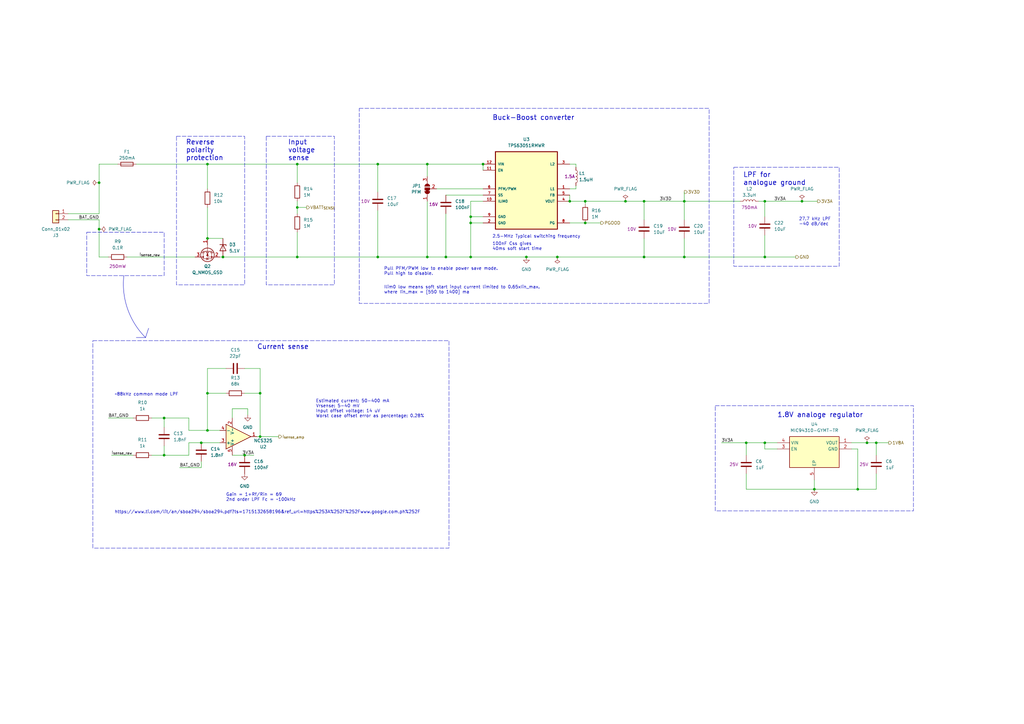
<source format=kicad_sch>
(kicad_sch (version 20230121) (generator eeschema)
  (paper "A3")
  (lib_symbols
    (symbol "Amplifier_Operational:NCS325" (pin_names (offset 0.127))
      (property "Reference" "U" (at 0 6.35 0))
      (property "Value" "NCS325" (at 0 3.81 0))
      (symbol "NCS325_0_1"
        (polyline (pts (xy -5.08 5.08) (xy 5.08 0) (xy -5.08 -5.08) (xy -5.08 5.08)) (stroke (width 0.254)) (fill (type background)))
      )
      (symbol "NCS325_1_1"
        (pin output line (at 7.62 0 180) (length 2.54) (name "~") (number "1"))
        (pin power_in line (at -2.54 -7.62 90) (length 3.81) (name "V-") (number "2"))
        (pin input line (at -7.62 2.54 0) (length 2.54) (name "+") (number "3"))
        (pin input line (at -7.62 -2.54 0) (length 2.54) (name "-") (number "4"))
        (pin power_in line (at -2.54 7.62 270) (length 3.81) (name "V+") (number "5"))
      )
    )
    (symbol "Connector_Generic:Conn_01x02" (pin_names (offset 1.016) hide)
      (property "Reference" "J" (at 0 2.54 0))
      (property "Value" "Conn_01x02" (at 0 -5.08 0))
      (symbol "Conn_01x02_1_1"
        (rectangle (start -1.27 -2.413) (end 0 -2.667) (stroke (width 0.1524)))
        (rectangle (start -1.27 0.127) (end 0 -0.127) (stroke (width 0.1524)))
        (rectangle (start -1.27 1.27) (end 1.27 -3.81) (stroke (width 0.254)) (fill (type background)))
        (pin passive line (at -5.08 0 0) (length 3.81) (name "Pin_1") (number "1"))
        (pin passive line (at -5.08 -2.54 0) (length 3.81) (name "Pin_2") (number "2"))
      )
    )
    (symbol "Device:C" (pin_numbers hide) (pin_names (offset 0.254))
      (property "Reference" "C" (at 0.635 2.54 0))
      (property "Value" "C" (at 0.635 -2.54 0))
      (symbol "C_0_1"
        (polyline (pts (xy -2.032 -0.762) (xy 2.032 -0.762)) (stroke (width 0.508)))
        (polyline (pts (xy -2.032 0.762) (xy 2.032 0.762)) (stroke (width 0.508)))
      )
      (symbol "C_1_1"
        (pin passive line (at 0 3.81 270) (length 2.794) (name "~") (number "1"))
        (pin passive line (at 0 -3.81 90) (length 2.794) (name "~") (number "2"))
      )
    )
    (symbol "Device:D_Zener" (pin_numbers hide) (pin_names (offset 1.016) hide)
      (property "Reference" "D" (at 0 2.54 0))
      (property "Value" "D_Zener" (at 0 -2.54 0))
      (symbol "D_Zener_0_1"
        (polyline (pts (xy 1.27 0) (xy -1.27 0)))
        (polyline (pts (xy -1.27 -1.27) (xy -1.27 1.27) (xy -0.762 1.27)) (stroke (width 0.254)))
        (polyline (pts (xy 1.27 -1.27) (xy 1.27 1.27) (xy -1.27 0) (xy 1.27 -1.27)) (stroke (width 0.254)))
      )
      (symbol "D_Zener_1_1"
        (pin passive line (at -3.81 0 0) (length 2.54) (name "K") (number "1"))
        (pin passive line (at 3.81 0 180) (length 2.54) (name "A") (number "2"))
      )
    )
    (symbol "Device:Fuse" (pin_numbers hide) (pin_names (offset 0))
      (property "Reference" "F" (at 2.032 0 90))
      (property "Value" "Fuse" (at -1.905 0 90))
      (symbol "Fuse_0_1"
        (rectangle (start -0.762 -2.54) (end 0.762 2.54) (stroke (width 0.254)))
        (polyline (pts (xy 0 2.54) (xy 0 -2.54)))
      )
      (symbol "Fuse_1_1"
        (pin passive line (at 0 3.81 270) (length 1.27) (name "~") (number "1"))
        (pin passive line (at 0 -3.81 90) (length 1.27) (name "~") (number "2"))
      )
    )
    (symbol "Device:L" (pin_numbers hide) (pin_names (offset 1.016) hide)
      (property "Reference" "L" (at -1.27 0 90))
      (property "Value" "L" (at 1.905 0 90))
      (symbol "L_0_1"
        (arc (start 0 -2.54) (mid 0.6323 -1.905) (end 0 -1.27))
        (arc (start 0 -1.27) (mid 0.6323 -0.635) (end 0 0))
        (arc (start 0 0) (mid 0.6323 0.635) (end 0 1.27))
        (arc (start 0 1.27) (mid 0.6323 1.905) (end 0 2.54))
      )
      (symbol "L_1_1"
        (pin passive line (at 0 3.81 270) (length 1.27) (name "1") (number "1"))
        (pin passive line (at 0 -3.81 90) (length 1.27) (name "2") (number "2"))
      )
    )
    (symbol "Device:Q_NMOS_GSD" (pin_names (offset 0) hide)
      (property "Reference" "Q" (at 5.08 1.27 0))
      (property "Value" "Q_NMOS_GSD" (at 5.08 -1.27 0))
      (symbol "Q_NMOS_GSD_0_1"
        (polyline (pts (xy 0.254 0) (xy -2.54 0)))
        (polyline (pts (xy 0.254 1.905) (xy 0.254 -1.905)) (stroke (width 0.254)))
        (polyline (pts (xy 0.762 -1.27) (xy 0.762 -2.286)) (stroke (width 0.254)))
        (polyline (pts (xy 0.762 0.508) (xy 0.762 -0.508)) (stroke (width 0.254)))
        (polyline (pts (xy 0.762 2.286) (xy 0.762 1.27)) (stroke (width 0.254)))
        (polyline (pts (xy 2.54 2.54) (xy 2.54 1.778)))
        (polyline (pts (xy 2.54 -2.54) (xy 2.54 0) (xy 0.762 0)))
        (polyline (pts (xy 0.762 -1.778) (xy 3.302 -1.778) (xy 3.302 1.778) (xy 0.762 1.778)))
        (polyline (pts (xy 1.016 0) (xy 2.032 0.381) (xy 2.032 -0.381) (xy 1.016 0)) (fill (type outline)))
        (polyline (pts (xy 2.794 0.508) (xy 2.921 0.381) (xy 3.683 0.381) (xy 3.81 0.254)))
        (polyline (pts (xy 3.302 0.381) (xy 2.921 -0.254) (xy 3.683 -0.254) (xy 3.302 0.381)))
        (circle (center 1.651 0) (radius 2.794) (stroke (width 0.254)))
        (circle (center 2.54 -1.778) (radius 0.254) (fill (type outline)))
        (circle (center 2.54 1.778) (radius 0.254) (fill (type outline)))
      )
      (symbol "Q_NMOS_GSD_1_1"
        (pin input line (at -5.08 0 0) (length 2.54) (name "G") (number "1"))
        (pin passive line (at 2.54 -5.08 90) (length 2.54) (name "S") (number "2"))
        (pin passive line (at 2.54 5.08 270) (length 2.54) (name "D") (number "3"))
      )
    )
    (symbol "Device:R" (pin_numbers hide) (pin_names (offset 0))
      (property "Reference" "R" (at 2.032 0 90))
      (property "Value" "R" (at 0 0 90))
      (symbol "R_0_1"
        (rectangle (start -1.016 -2.54) (end 1.016 2.54) (stroke (width 0.254)))
      )
      (symbol "R_1_1"
        (pin passive line (at 0 3.81 270) (length 1.27) (name "~") (number "1"))
        (pin passive line (at 0 -3.81 90) (length 1.27) (name "~") (number "2"))
      )
    )
    (symbol "Jumper:SolderJumper_3_Bridged12" (pin_names (offset 0) hide)
      (property "Reference" "JP" (at -2.54 -2.54 0))
      (property "Value" "SolderJumper_3_Bridged12" (at 0 2.794 0))
      (symbol "SolderJumper_3_Bridged12_0_1"
        (rectangle (start -1.016 0.508) (end -0.508 -0.508) (fill (type outline)))
        (arc (start -1.016 1.016) (mid -2.0276 0) (end -1.016 -1.016))
        (arc (start -1.016 1.016) (mid -2.0276 0) (end -1.016 -1.016) (fill (type outline)))
        (rectangle (start -0.508 1.016) (end 0.508 -1.016) (fill (type outline)))
        (polyline (pts (xy -2.54 0) (xy -2.032 0)))
        (polyline (pts (xy -1.016 1.016) (xy -1.016 -1.016)))
        (polyline (pts (xy 0 -1.27) (xy 0 -1.016)))
        (polyline (pts (xy 1.016 1.016) (xy 1.016 -1.016)))
        (polyline (pts (xy 2.54 0) (xy 2.032 0)))
        (arc (start 1.016 -1.016) (mid 2.0276 0) (end 1.016 1.016))
        (arc (start 1.016 -1.016) (mid 2.0276 0) (end 1.016 1.016) (fill (type outline)))
      )
      (symbol "SolderJumper_3_Bridged12_1_1"
        (pin passive line (at -5.08 0 0) (length 2.54) (name "A") (number "1"))
        (pin passive line (at 0 -3.81 90) (length 2.54) (name "C") (number "2"))
        (pin passive line (at 5.08 0 180) (length 2.54) (name "B") (number "3"))
      )
    )
    (symbol "my_library:MIC94310-GYMT-TR"
      (property "Reference" "U?" (at 0 10.16 0))
      (property "Value" "MIC94310-GYMT-TR" (at -8.89 7.62 0))
      (symbol "MIC94310-GYMT-TR_1_1"
        (rectangle (start -10.16 -7.62) (end 10.16 5.08) (stroke (width 0.254)) (fill (type background)))
        (pin passive line (at 15.24 2.54 180) (length 5.08) (name "VOUT") (number "1"))
        (pin passive line (at 15.24 0 180) (length 5.08) (name "GND") (number "2"))
        (pin passive line (at -15.24 0 0) (length 5.08) (name "EN") (number "3"))
        (pin passive line (at -15.24 2.54 0) (length 5.08) (name "VIN") (number "4"))
        (pin passive line (at 0 -12.7 90) (length 5.08) (name "EP") (number "5"))
      )
    )
    (symbol "my_library:TPS63051RMWR" (pin_names (offset 1.016))
      (property "Reference" "U" (at -1.27 19.05 0))
      (property "Value" "TPS63051RMWR" (at -12.7608 -21.867 0))
      (symbol "TPS63051RMWR_0_0"
        (rectangle (start -12.7 17.78) (end 12.7 -13.97) (stroke (width 0.41)) (fill (type background)))
        (pin bidirectional line (at 17.78 2.54 180) (length 5.08) (name "L1") (number "1"))
        (pin input line (at -17.78 -2.54 0) (length 5.08) (name "ILIM0") (number "10"))
        (pin input line (at -17.78 10.16 0) (length 5.08) (name "EN") (number "11"))
        (pin input line (at -17.78 12.7 0) (length 5.08) (name "VIN") (number "12"))
        (pin power_in line (at -17.78 -11.43 0) (length 5.08) (name "GND") (number "2"))
        (pin bidirectional line (at 17.78 12.7 180) (length 5.08) (name "L2") (number "3"))
        (pin output line (at 17.78 -2.54 180) (length 5.08) (name "VOUT") (number "4"))
        (pin input line (at 17.78 0 180) (length 5.08) (name "FB") (number "5"))
        (pin input line (at -17.78 2.54 0) (length 5.08) (name "PFM/PWM") (number "6"))
        (pin input line (at -17.78 0 0) (length 5.08) (name "SS") (number "7"))
        (pin output line (at 17.78 -11.43 180) (length 5.08) (name "PG") (number "8"))
        (pin power_in line (at -17.78 -8.89 0) (length 5.08) (name "GND") (number "9"))
      )
    )
    (symbol "power:GND" (power) (pin_names (offset 0))
      (property "Value" "GND" (at 0 -3.81 0))
      (symbol "GND_0_1"
        (polyline (pts (xy 0 0) (xy 0 -1.27) (xy 1.27 -1.27) (xy 0 -2.54) (xy -1.27 -1.27) (xy 0 -1.27)))
      )
      (symbol "GND_1_1"
        (pin power_in line (at 0 0 270) (length 0) hide (name "GND") (number "1"))
      )
    )
    (symbol "power:PWR_FLAG" (power) (pin_numbers hide) (pin_names (offset 0) hide)
      (property "Value" "PWR_FLAG" (at 0 3.81 0))
      (symbol "PWR_FLAG_0_0"
        (pin power_out line (at 0 0 90) (length 0) (name "pwr") (number "1"))
      )
      (symbol "PWR_FLAG_0_1"
        (polyline (pts (xy 0 0) (xy 0 1.27) (xy -1.016 1.905) (xy 0 2.54) (xy 1.016 1.905) (xy 0 1.27)))
      )
    )
  )
  (junction (at 100.33 186.69))
  (junction (at 85.09 67.31))
  (junction (at 355.6 181.61))
  (junction (at 154.94 67.31))
  (junction (at 306.07 181.61))
  (junction (at 240.03 91.44))
  (junction (at 175.26 105.41))
  (junction (at 280.67 82.55))
  (junction (at 359.41 181.61))
  (junction (at 67.31 186.69))
  (junction (at 82.55 181.61))
  (junction (at 91.44 105.41))
  (junction (at 85.09 97.79))
  (junction (at 264.16 105.41))
  (junction (at 280.67 105.41))
  (junction (at 121.92 105.41))
  (junction (at 233.68 82.55))
  (junction (at 193.04 105.41))
  (junction (at 85.09 161.29))
  (junction (at 67.31 171.45))
  (junction (at 313.69 181.61))
  (junction (at 264.16 82.55))
  (junction (at 313.69 105.41))
  (junction (at 198.12 67.31))
  (junction (at 256.54 82.55))
  (junction (at 182.88 105.41))
  (junction (at 106.68 161.29))
  (junction (at 106.68 179.07))
  (junction (at 193.04 91.44))
  (junction (at 228.6 105.41))
  (junction (at 240.03 82.55))
  (junction (at 313.69 82.55))
  (junction (at 334.01 200.66))
  (junction (at 85.09 176.53))
  (junction (at 193.04 88.9))
  (junction (at 121.92 85.09))
  (junction (at 351.79 200.66))
  (junction (at 175.26 67.31))
  (junction (at 328.93 82.55))
  (junction (at 121.92 67.31))
  (junction (at 40.64 93.98))
  (junction (at 154.94 105.41))
  (junction (at 40.64 74.93))
  (junction (at 215.9 105.41))
  (wire (pts (xy 77.47 176.53) (xy 85.09 176.53)))
  (wire (pts (xy 264.16 82.55) (xy 280.67 82.55)))
  (wire (pts (xy 215.9 105.41) (xy 228.6 105.41)))
  (wire (pts (xy 351.79 184.15) (xy 351.79 200.66)))
  (wire (pts (xy 121.92 95.25) (xy 121.92 105.41)))
  (wire (pts (xy 82.55 191.77) (xy 82.55 189.23)))
  (wire (pts (xy 334.01 200.66) (xy 351.79 200.66)))
  (wire (pts (xy 62.23 186.69) (xy 67.31 186.69)))
  (wire (pts (xy 44.45 105.41) (xy 40.64 105.41)))
  (wire (pts (xy 40.64 90.17) (xy 40.64 93.98)))
  (wire (pts (xy 328.93 82.55) (xy 335.28 82.55)))
  (wire (pts (xy 233.68 80.01) (xy 233.68 82.55)))
  (wire (pts (xy 313.69 105.41) (xy 326.39 105.41)))
  (wire (pts (xy 198.12 67.31) (xy 175.26 67.31)))
  (wire (pts (xy 67.31 171.45) (xy 77.47 171.45)))
  (wire (pts (xy 236.22 67.31) (xy 236.22 68.58)))
  (polyline (pts (xy 55.88 138.43) (xy 59.69 138.43)))
  (wire (pts (xy 256.54 82.55) (xy 264.16 82.55)))
  (wire (pts (xy 313.69 181.61) (xy 318.77 181.61)))
  (wire (pts (xy 95.25 171.45) (xy 95.25 167.64)))
  (wire (pts (xy 264.16 82.55) (xy 264.16 90.17)))
  (wire (pts (xy 280.67 105.41) (xy 313.69 105.41)))
  (wire (pts (xy 154.94 78.74) (xy 154.94 67.31)))
  (wire (pts (xy 85.09 161.29) (xy 92.71 161.29)))
  (wire (pts (xy 121.92 85.09) (xy 125.73 85.09)))
  (wire (pts (xy 77.47 171.45) (xy 77.47 176.53)))
  (wire (pts (xy 264.16 97.79) (xy 264.16 105.41)))
  (wire (pts (xy 240.03 91.44) (xy 246.38 91.44)))
  (wire (pts (xy 306.07 200.66) (xy 334.01 200.66)))
  (wire (pts (xy 233.68 82.55) (xy 240.03 82.55)))
  (wire (pts (xy 318.77 184.15) (xy 313.69 184.15)))
  (wire (pts (xy 280.67 78.74) (xy 280.67 82.55)))
  (wire (pts (xy 77.47 181.61) (xy 82.55 181.61)))
  (wire (pts (xy 106.68 179.07) (xy 114.3 179.07)))
  (wire (pts (xy 67.31 171.45) (xy 67.31 175.26)))
  (wire (pts (xy 280.67 82.55) (xy 303.53 82.55)))
  (wire (pts (xy 175.26 82.55) (xy 175.26 105.41)))
  (wire (pts (xy 193.04 88.9) (xy 193.04 91.44)))
  (wire (pts (xy 121.92 85.09) (xy 121.92 87.63)))
  (wire (pts (xy 52.07 105.41) (xy 80.01 105.41)))
  (wire (pts (xy 179.07 77.47) (xy 198.12 77.47)))
  (wire (pts (xy 359.41 181.61) (xy 364.49 181.61)))
  (wire (pts (xy 67.31 182.88) (xy 67.31 186.69)))
  (wire (pts (xy 92.71 151.13) (xy 85.09 151.13)))
  (wire (pts (xy 359.41 194.31) (xy 359.41 200.66)))
  (wire (pts (xy 73.66 191.77) (xy 82.55 191.77)))
  (wire (pts (xy 236.22 76.2) (xy 236.22 77.47)))
  (wire (pts (xy 121.92 105.41) (xy 154.94 105.41)))
  (wire (pts (xy 198.12 67.31) (xy 198.12 69.85)))
  (wire (pts (xy 306.07 181.61) (xy 313.69 181.61)))
  (wire (pts (xy 40.64 67.31) (xy 40.64 74.93)))
  (wire (pts (xy 100.33 161.29) (xy 106.68 161.29)))
  (wire (pts (xy 313.69 82.55) (xy 311.15 82.55)))
  (wire (pts (xy 198.12 88.9) (xy 193.04 88.9)))
  (wire (pts (xy 48.26 67.31) (xy 40.64 67.31)))
  (wire (pts (xy 77.47 186.69) (xy 77.47 181.61)))
  (wire (pts (xy 175.26 67.31) (xy 175.26 72.39)))
  (wire (pts (xy 355.6 181.61) (xy 349.25 181.61)))
  (wire (pts (xy 121.92 67.31) (xy 154.94 67.31)))
  (wire (pts (xy 198.12 82.55) (xy 193.04 82.55)))
  (wire (pts (xy 55.88 67.31) (xy 85.09 67.31)))
  (wire (pts (xy 27.94 87.63) (xy 40.64 87.63)))
  (wire (pts (xy 233.68 67.31) (xy 236.22 67.31)))
  (wire (pts (xy 40.64 74.93) (xy 40.64 87.63)))
  (wire (pts (xy 91.44 97.79) (xy 85.09 97.79)))
  (wire (pts (xy 236.22 77.47) (xy 233.68 77.47)))
  (wire (pts (xy 100.33 186.69) (xy 104.14 186.69)))
  (wire (pts (xy 106.68 151.13) (xy 106.68 161.29)))
  (wire (pts (xy 85.09 85.09) (xy 85.09 97.79)))
  (wire (pts (xy 45.72 186.69) (xy 54.61 186.69)))
  (wire (pts (xy 306.07 194.31) (xy 306.07 200.66)))
  (wire (pts (xy 295.91 181.61) (xy 306.07 181.61)))
  (wire (pts (xy 193.04 91.44) (xy 198.12 91.44)))
  (wire (pts (xy 95.25 167.64) (xy 101.6 167.64)))
  (wire (pts (xy 349.25 184.15) (xy 351.79 184.15)))
  (wire (pts (xy 182.88 105.41) (xy 193.04 105.41)))
  (wire (pts (xy 40.64 93.98) (xy 40.64 105.41)))
  (wire (pts (xy 215.9 105.41) (xy 193.04 105.41)))
  (wire (pts (xy 228.6 105.41) (xy 264.16 105.41)))
  (wire (pts (xy 101.6 167.64) (xy 101.6 170.18)))
  (wire (pts (xy 280.67 82.55) (xy 280.67 90.17)))
  (wire (pts (xy 91.44 105.41) (xy 121.92 105.41)))
  (wire (pts (xy 154.94 67.31) (xy 175.26 67.31)))
  (wire (pts (xy 85.09 67.31) (xy 121.92 67.31)))
  (wire (pts (xy 121.92 67.31) (xy 121.92 74.93)))
  (wire (pts (xy 27.94 90.17) (xy 40.64 90.17)))
  (wire (pts (xy 334.01 196.85) (xy 334.01 200.66)))
  (wire (pts (xy 313.69 96.52) (xy 313.69 105.41)))
  (wire (pts (xy 264.16 105.41) (xy 280.67 105.41)))
  (wire (pts (xy 85.09 176.53) (xy 85.09 161.29)))
  (wire (pts (xy 280.67 97.79) (xy 280.67 105.41)))
  (wire (pts (xy 351.79 200.66) (xy 359.41 200.66)))
  (wire (pts (xy 100.33 151.13) (xy 106.68 151.13)))
  (wire (pts (xy 85.09 67.31) (xy 85.09 77.47)))
  (wire (pts (xy 85.09 151.13) (xy 85.09 161.29)))
  (wire (pts (xy 193.04 105.41) (xy 193.04 91.44)))
  (wire (pts (xy 306.07 181.61) (xy 306.07 186.69)))
  (wire (pts (xy 90.17 105.41) (xy 91.44 105.41)))
  (wire (pts (xy 313.69 88.9) (xy 313.69 82.55)))
  (wire (pts (xy 240.03 82.55) (xy 256.54 82.55)))
  (wire (pts (xy 82.55 181.61) (xy 90.17 181.61)))
  (wire (pts (xy 233.68 91.44) (xy 240.03 91.44)))
  (wire (pts (xy 85.09 176.53) (xy 90.17 176.53)))
  (wire (pts (xy 182.88 80.01) (xy 198.12 80.01)))
  (wire (pts (xy 359.41 186.69) (xy 359.41 181.61)))
  (wire (pts (xy 154.94 105.41) (xy 175.26 105.41)))
  (wire (pts (xy 154.94 86.36) (xy 154.94 105.41)))
  (wire (pts (xy 105.41 179.07) (xy 106.68 179.07)))
  (wire (pts (xy 313.69 82.55) (xy 328.93 82.55)))
  (wire (pts (xy 44.45 171.45) (xy 54.61 171.45)))
  (wire (pts (xy 313.69 181.61) (xy 313.69 184.15)))
  (polyline (pts (xy 60.96 134.62) (xy 59.69 138.43)))
  (wire (pts (xy 182.88 87.63) (xy 182.88 105.41)))
  (wire (pts (xy 175.26 105.41) (xy 182.88 105.41)))
  (wire (pts (xy 193.04 82.55) (xy 193.04 88.9)))
  (wire (pts (xy 121.92 82.55) (xy 121.92 85.09)))
  (wire (pts (xy 106.68 161.29) (xy 106.68 179.07)))
  (wire (pts (xy 240.03 82.55) (xy 240.03 83.82)))
  (wire (pts (xy 359.41 181.61) (xy 355.6 181.61)))
  (wire (pts (xy 95.25 186.69) (xy 100.33 186.69)))
  (wire (pts (xy 62.23 171.45) (xy 67.31 171.45)))
  (wire (pts (xy 67.31 186.69) (xy 77.47 186.69)))
  (rectangle (start 38.1 139.7) (end 184.15 224.79) (stroke (width 0) (type dash)))
  (rectangle (start 293.37 166.37) (end 374.65 209.55) (stroke (width 0) (type dash)))
  (rectangle (start 109.22 55.88) (end 137.16 116.84) (stroke (width 0) (type dash)))
  (arc (start 59.69 138.43) (mid 52.3461 126.7446) (end 50.8 113.03))
  (rectangle (start 72.39 55.88) (end 100.33 116.84) (stroke (width 0) (type dash)))
  (rectangle (start 300.99 68.58) (end 344.17 109.22) (stroke (width 0) (type dash)))
  (rectangle (start 147.32 44.45) (end 290.83 124.46) (stroke (width 0) (type dash)))
  (rectangle (start 35.56 95.25) (end 67.31 113.03) (stroke (width 0) (type dash)))
  (text "https://www.ti.com/lit/an/sboa294/sboa294.pdf?ts=1715132658196&ref_url=https%253A%252F%252Fwww.google.com.ph%252F" (at 46.99 210.82 0) (effects (font (size 1.27 1.27)) (justify left bottom)))
  (text "Buck-Boost converter" (at 201.93 49.53 0) (effects (font (size 2 2) (thickness 0.254) bold) (justify left bottom)))
  (text "100nF Css gives \n40ms soft start time" (at 201.93 102.87 0) (effects (font (size 1.27 1.27)) (justify left bottom)))
  (text "27.7 kHz LPF\n-40 dB/dec" (at 327.66 92.71 0) (effects (font (size 1.27 1.27)) (justify left bottom)))
  (text "LPF for \nanalogue ground" (at 304.8 76.2 0) (effects (font (size 2 2) (thickness 0.254) bold) (justify left bottom)))
  (text "Input\nvoltage\nsense" (at 118.11 66.04 0) (effects (font (size 2 2) (thickness 0.254) bold) (justify left bottom)))
  (text "2.5-MHz Typical switching frequency" (at 201.93 97.79 0) (effects (font (size 1.27 1.27)) (justify left bottom)))
  (text "Pull PFM/PWM low to enable power save mode.\nPull high to disable." (at 157.48 113.03 0) (effects (font (size 1.27 1.27)) (justify left bottom)))
  (text "~88kHz common mode LPF" (at 46.99 162.56 0) (effects (font (size 1.27 1.27)) (justify left bottom)))
  (text "Ilim0 low means soft start input current limited to 0.65xIin_max.\nwhere Iin_max = [550 to 1400] ma" (at 157.48 120.65 0) (effects (font (size 1.27 1.27)) (justify left bottom)))
  (text "Current sense" (at 105.41 143.51 0) (effects (font (size 2 2) (thickness 0.254) bold) (justify left bottom)))
  (text "1.8V analoge regulator" (at 318.77 171.45 0) (effects (font (size 2 2) (thickness 0.254) bold) (justify left bottom)))
  (text "Reverse \npolarity\nprotection" (at 76.2 66.04 0) (effects (font (size 2 2) (thickness 0.254) bold) (justify left bottom)))
  (text "Estimated current: 50-400 mA\nVrsense: 5-40 mV\nInput offset voltage: 14 uV\nWorst case offset error as percentage: 0.28%\n" (at 129.54 171.45 0) (effects (font (size 1.27 1.27)) (justify left bottom)))
  (text "Gain = 1+Rf/Rin = 69\n2nd order LPF Fc = ~100kHz" (at 92.71 205.74 0) (effects (font (size 1.27 1.27)) (justify left bottom)))
  (label "3V3A" (at 295.91 181.61 0))
  (label "BAT_GND" (at 73.66 191.77 0))
  (label "BAT_GND" (at 44.45 171.45 0))
  (label "3V3D" (at 270.51 82.55 0))
  (label "3V3A" (at 104.14 186.69 180))
  (label "I_{sense_raw}" (at 57.15 105.41 0))
  (label "3V3A" (at 317.5 82.55 0))
  (label "I_{sense_raw}" (at 45.72 186.69 0))
  (label "BAT_GND" (at 40.64 90.17 180))
  (hierarchical_label "VBATT_{SENSE}" (shape output) (at 125.73 85.09 0))
  (hierarchical_label "PGOOD" (shape output) (at 246.38 91.44 0))
  (hierarchical_label "3V3A" (shape output) (at 335.28 82.55 0))
  (hierarchical_label "GND" (shape output) (at 326.39 105.41 0))
  (hierarchical_label "I_{sense_amp}" (shape output) (at 114.3 179.07 0))
  (hierarchical_label "1V8A" (shape output) (at 364.49 181.61 0))
  (hierarchical_label "3V3D" (shape output) (at 280.67 78.74 0))
  (symbol (lib_id "Device:C") (at 82.55 185.42 0) (unit 1)
    (property "Reference" "C14" (at 86.36 184.15 0) (effects (justify left)))
    (property "Value" "1.8nF" (at 86.36 186.69 0) (effects (justify left)))
    (property "Footprint" "Capacitor_SMD:C_0402_1005Metric" (effects hide))
    (property "Datasheet" "https://connect.kemet.com:7667/gateway/IntelliData-ComponentDocumentation/1.0/download/datasheet/C0402C182K3RACTU" (effects hide))
    (property "Manufacturer PN" "399-17371-1-ND" (effects hide))
    (property "Supplier PN" "C0402C182K3RAC7867" (effects hide))
    (property "Supplier" "Digikey" (effects hide))
  )
  (symbol (lib_id "power:PWR_FLAG") (at 40.64 93.98 270) (unit 1)
    (property "Reference" "#FLG02" (effects hide))
    (property "Value" "PWR_FLAG" (at 44.45 93.98 90) (effects (justify left)))
  )
  (symbol (lib_id "Device:R") (at 96.52 161.29 90) (unit 1)
    (property "Reference" "R13" (at 96.52 154.94 90))
    (property "Value" "68k" (at 96.52 157.48 90))
    (property "Footprint" "Resistor_SMD:R_0402_1005Metric" (effects hide))
    (property "Datasheet" "https://wmsc.lcsc.com/wmsc/upload/file/pdf/v2/lcsc/2206010030_UNI-ROYAL-Uniroyal-Elec-0402WGF6802TCE_C36871.pdf" (effects hide))
    (property "Manufacturer PN" "0402WGF6802TCE" (effects hide))
    (property "Supplier PN" "C36871" (effects hide))
    (property "Supplier" "JLC" (effects hide))
  )
  (symbol (lib_id "Device:Fuse") (at 52.07 67.31 90) (unit 1)
    (property "Reference" "F1" (at 52.07 62.23 90))
    (property "Value" "250mA" (at 52.07 64.77 90))
    (property "Footprint" "Fuse:Fuse_0603_1608Metric" (effects hide))
    (property "Datasheet" "http://www.kamaya.co.jp/upload/products_pdf/kamaya_products(FMC)_english_20170203_122640.pdf" (effects hide))
    (property "Manufacturer PN" "FMC16501WBTP" (effects hide))
    (property "Supplier PN" "2315-FMC16501WBTPDKR-ND" (effects hide))
    (property "Supplier" "Digikey" (effects hide))
  )
  (symbol (lib_id "power:PWR_FLAG") (at 256.54 82.55 0) (unit 1)
    (property "Reference" "#FLG04" (effects hide))
    (property "Value" "PWR_FLAG" (at 256.54 77.47 0))
  )
  (symbol (lib_id "Device:C") (at 100.33 190.5 0) (unit 1)
    (property "Reference" "C16" (at 104.14 189.23 0) (effects (justify left)))
    (property "Value" "100nF" (at 104.14 191.77 0) (effects (justify left)))
    (property "Footprint" "Capacitor_SMD:C_0402_1005Metric" (effects hide))
    (property "Datasheet" "https://wmsc.lcsc.com/wmsc/upload/file/pdf/v2/lcsc/2304140030_Samsung-Electro-Mechanics-CL05B104KO5NNNC_C1525.pdf" (effects hide))
    (property "Manufacturer PN" "CL05B104KO5NNNC" (effects hide))
    (property "Supplier PN" "C1525" (effects hide))
    (property "Supplier" "JLC" (effects hide))
    (property "Voltage" "16V" (at 95.25 190.5 0))
  )
  (symbol (lib_id "Device:Q_NMOS_GSD") (at 85.09 102.87 90) (mirror x) (unit 1)
    (property "Reference" "Q2" (at 85.09 109.22 90))
    (property "Value" "Q_NMOS_GSD" (at 85.09 111.76 90))
    (property "Footprint" "Package_TO_SOT_SMD:SOT-323_SC-70" (effects hide))
    (property "Datasheet" "https://www.panjit.com.tw/upload/datasheet/PJC7404.pdf" (effects hide))
    (property "Manufacturer PN" "PJC7404_R1_00001" (effects hide))
    (property "Supplier PN" "3757-PJC7404_R1_00001CT-ND" (effects hide))
    (property "Supplier" "Digikey" (effects hide))
  )
  (symbol (lib_id "Device:R") (at 58.42 186.69 90) (unit 1)
    (property "Reference" "R11" (at 58.42 180.34 90))
    (property "Value" "1k" (at 58.42 182.88 90))
    (property "Footprint" "Resistor_SMD:R_0402_1005Metric" (effects hide))
    (property "Datasheet" "https://wmsc.lcsc.com/wmsc/upload/file/pdf/v2/lcsc/2206010216_UNI-ROYAL-Uniroyal-Elec-0402WGF1001TCE_C11702.pdf" (effects hide))
    (property "Manufacturer PN" "0402WGF1001TCE" (effects hide))
    (property "Supplier PN" "C11702" (effects hide))
    (property "Supplier" "JLC" (effects hide))
  )
  (symbol (lib_id "my_library:MIC94310-GYMT-TR") (at 334.01 184.15 0) (unit 1)
    (property "Reference" "U4" (at 334.01 173.99 0))
    (property "Value" "MIC94310-GYMT-TR" (at 334.01 176.53 0))
    (property "Footprint" "my_footprints:TDFN-4-1EP_1.2x1.6mm_P0.5mm" (effects hide))
    (property "Datasheet" "http://ww1.microchip.com/downloads/en/devicedoc/mic94310.pdf" (effects hide))
    (property "Manufacturer PN" "MIC94310-GYMT-TR" (effects hide))
    (property "Supplier PN" "576-4012-1-ND" (effects hide))
    (property "Supplier" "Digikey" (effects hide))
  )
  (symbol (lib_id "Connector_Generic:Conn_01x02") (at 22.86 87.63 0) (mirror y) (unit 1)
    (property "Reference" "J3" (at 22.86 96.52 0))
    (property "Value" "Conn_01x02" (at 22.86 93.98 0))
    (property "Footprint" "Connector_JST:JST_PH_S2B-PH-K_1x02_P2.00mm_Horizontal" (effects hide))
    (property "Datasheet" "https://www.jst-mfg.com/product/pdf/eng/ePH.pdf" (effects hide))
    (property "Manufacturer PN" "S2B-PH-K-S" (effects hide))
    (property "Supplier PN" "455-1719-ND" (effects hide))
    (property "Supplier" "Digikey" (effects hide))
  )
  (symbol (lib_id "Device:C") (at 96.52 151.13 270) (unit 1)
    (property "Reference" "C15" (at 96.52 143.51 90))
    (property "Value" "22pF" (at 96.52 146.05 90))
    (property "Footprint" "Capacitor_SMD:C_0402_1005Metric" (effects hide))
    (property "Datasheet" "https://www.digikey.co.nz/en/products/detail/kemet/C0402C220K4RAC7867/8572389" (effects hide))
    (property "Manufacturer PN" "399-17554-1-ND" (effects hide))
    (property "Supplier PN" "C0402C220K4RAC7867" (effects hide))
    (property "Supplier" "Digikey" (effects hide))
  )
  (symbol (lib_id "Device:R") (at 85.09 81.28 0) (unit 1)
    (property "Reference" "R12" (at 87.63 80.01 0) (effects (justify left)))
    (property "Value" "10k" (at 87.63 82.55 0) (effects (justify left)))
    (property "Footprint" "Resistor_SMD:R_0402_1005Metric" (effects hide))
    (property "Datasheet" "https://wmsc.lcsc.com/wmsc/upload/file/pdf/v2/lcsc/2206010100_UNI-ROYAL-Uniroyal-Elec-0402WGF1002TCE_C25744.pdf" (effects hide))
    (property "Manufacturer PN" "0402WGF1002TCE" (effects hide))
    (property "Supplier PN" "C25744" (effects hide))
    (property "Supplier" "JLC" (effects hide))
  )
  (symbol (lib_id "power:PWR_FLAG") (at 328.93 82.55 0) (unit 1)
    (property "Reference" "#FLG05" (effects hide))
    (property "Value" "PWR_FLAG" (at 328.93 77.47 0))
  )
  (symbol (lib_id "power:GND") (at 100.33 194.31 0) (unit 1)
    (property "Reference" "#PWR012" (effects hide))
    (property "Value" "GND" (at 100.33 199.39 0))
  )
  (symbol (lib_id "Device:R") (at 240.03 87.63 0) (unit 1)
    (property "Reference" "R16" (at 242.57 86.36 0) (effects (justify left)))
    (property "Value" "1M" (at 242.57 88.9 0) (effects (justify left)))
    (property "Footprint" "Resistor_SMD:R_0402_1005Metric" (effects hide))
    (property "Datasheet" "https://wmsc.lcsc.com/wmsc/upload/file/pdf/v2/lcsc/2206010030_UNI-ROYAL-Uniroyal-Elec-0402WGF1004TCE_C26083.pdf" (effects hide))
    (property "Manufacturer PN" "0402WGF1004TCE" (effects hide))
    (property "Supplier PN" "C26083" (effects hide))
    (property "Supplier" "JLC" (effects hide))
  )
  (symbol (lib_id "Device:C") (at 67.31 179.07 0) (unit 1)
    (property "Reference" "C13" (at 71.12 177.8 0) (effects (justify left)))
    (property "Value" "1.8nF" (at 71.12 180.34 0) (effects (justify left)))
    (property "Footprint" "Capacitor_SMD:C_0402_1005Metric" (effects hide))
    (property "Datasheet" "https://connect.kemet.com:7667/gateway/IntelliData-ComponentDocumentation/1.0/download/datasheet/C0402C182K3RACTU" (effects hide))
    (property "Manufacturer PN" "399-17371-1-ND" (effects hide))
    (property "Supplier PN" "C0402C182K3RAC7867" (effects hide))
    (property "Supplier" "Digikey" (effects hide))
  )
  (symbol (lib_id "Device:R") (at 58.42 171.45 90) (unit 1)
    (property "Reference" "R10" (at 58.42 165.1 90))
    (property "Value" "1k" (at 58.42 167.64 90))
    (property "Footprint" "Resistor_SMD:R_0402_1005Metric" (effects hide))
    (property "Datasheet" "https://wmsc.lcsc.com/wmsc/upload/file/pdf/v2/lcsc/2206010216_UNI-ROYAL-Uniroyal-Elec-0402WGF1001TCE_C11702.pdf" (effects hide))
    (property "Manufacturer PN" "0402WGF1001TCE" (effects hide))
    (property "Supplier PN" "C11702" (effects hide))
    (property "Supplier" "JLC" (effects hide))
  )
  (symbol (lib_id "Device:C") (at 182.88 83.82 0) (unit 1)
    (property "Reference" "C18" (at 186.69 82.55 0) (effects (justify left)))
    (property "Value" "100nF" (at 186.69 85.09 0) (effects (justify left)))
    (property "Footprint" "Capacitor_SMD:C_0402_1005Metric" (effects hide))
    (property "Datasheet" "https://wmsc.lcsc.com/wmsc/upload/file/pdf/v2/lcsc/2304140030_Samsung-Electro-Mechanics-CL05B104KO5NNNC_C1525.pdf" (effects hide))
    (property "Manufacturer PN" "CL05B104KO5NNNC" (effects hide))
    (property "Supplier PN" "C1525" (effects hide))
    (property "Supplier" "JLC" (effects hide))
    (property "Voltage" "16V" (at 177.8 83.82 0))
  )
  (symbol (lib_id "Amplifier_Operational:NCS325") (at 97.79 179.07 0) (mirror x) (unit 1)
    (property "Reference" "U2" (at 107.95 183.2609 0))
    (property "Value" "NCS325" (at 107.95 180.7209 0))
    (property "Footprint" "Package_TO_SOT_SMD:SOT-23-5" (effects hide))
    (property "Datasheet" "http://www.onsemi.com/pub/Collateral/NCS325-D.PDF" (effects hide))
    (property "Manufacturer PN" "NCS325SN2T1G" (effects hide))
    (property "Supplier PN" "NCS325SN2T1GOSCT-ND" (effects hide))
    (property "Supplier" "Digikey" (effects hide))
  )
  (symbol (lib_id "power:PWR_FLAG") (at 228.6 105.41 180) (unit 1)
    (property "Reference" "#FLG03" (effects hide))
    (property "Value" "PWR_FLAG" (at 228.6 110.49 0))
  )
  (symbol (lib_id "Device:C") (at 306.07 190.5 0) (unit 1)
    (property "Reference" "C6" (at 309.88 189.23 0) (effects (justify left)))
    (property "Value" "1uF" (at 309.88 191.77 0) (effects (justify left)))
    (property "Footprint" "Capacitor_SMD:C_0402_1005Metric" (effects hide))
    (property "Datasheet" "https://wmsc.lcsc.com/wmsc/upload/file/pdf/v2/lcsc/2304140030_Samsung-Electro-Mechanics-CL05A105KA5NQNC_C52923.pdf" (effects hide))
    (property "Manufacturer PN" "CL05A105KA5NQNC" (effects hide))
    (property "Supplier PN" "C52923" (effects hide))
    (property "Supplier" "JLC" (effects hide))
    (property "Voltage" "25V" (at 300.99 190.5 0))
    (instances (project "flight_computer" (path "" (reference "C6") (unit 1)) (path "" (reference "C21") (unit 1))))
  )
  (symbol (lib_id "power:GND") (at 334.01 200.66 0) (unit 1)
    (property "Reference" "#PWR015" (effects hide))
    (property "Value" "GND" (at 334.01 205.74 0))
  )
  (symbol (lib_id "Device:L") (at 307.34 82.55 90) (unit 1)
    (property "Reference" "L2" (at 307.34 77.47 90))
    (property "Value" "3.3uH" (at 307.34 80.01 90))
    (property "Footprint" "Inductor_SMD:L_0805_2012Metric" (effects hide))
    (property "Datasheet" "https://product.tdk.com/en/system/files?file=dam/doc/product/inductor/inductor/smd/catalog/inductor_commercial_decoupling_mlz2012_en.pdf" (effects hide))
    (property "Manufacturer PN" "MLZ2012N3R3LT000" (effects hide))
    (property "Supplier PN" "445-6759-1-ND" (effects hide))
    (property "Supplier" "Digikey" (effects hide))
    (property "Max Current" "750mA" (at 307.34 85.09 90))
  )
  (symbol (lib_id "Device:C") (at 264.16 93.98 0) (unit 1)
    (property "Reference" "C19" (at 267.97 92.71 0) (effects (justify left)))
    (property "Value" "10uF" (at 267.97 95.25 0) (effects (justify left)))
    (property "Footprint" "Capacitor_SMD:C_0201_0603Metric" (effects hide))
    (property "Datasheet" "https://wmsc.lcsc.com/wmsc/upload/file/pdf/v2/lcsc/2304140030_Samsung-Electro-Mechanics-CL10A106KP8NNNC_C19702.pdf" (effects hide))
    (property "Manufacturer PN" "CL10A106KP8NNNC" (effects hide))
    (property "Supplier PN" "C19702" (effects hide))
    (property "Supplier" "JLC" (effects hide))
    (property "Voltage" "10V" (at 259.08 93.98 0))
  )
  (symbol (lib_id "Device:C") (at 280.67 93.98 0) (unit 1)
    (property "Reference" "C20" (at 284.48 92.71 0) (effects (justify left)))
    (property "Value" "10uF" (at 284.48 95.25 0) (effects (justify left)))
    (property "Footprint" "Capacitor_SMD:C_0201_0603Metric" (effects hide))
    (property "Datasheet" "https://wmsc.lcsc.com/wmsc/upload/file/pdf/v2/lcsc/2304140030_Samsung-Electro-Mechanics-CL10A106KP8NNNC_C19702.pdf" (effects hide))
    (property "Manufacturer PN" "CL10A106KP8NNNC" (effects hide))
    (property "Supplier PN" "C19702" (effects hide))
    (property "Supplier" "JLC" (effects hide))
    (property "Voltage" "10V" (at 275.59 93.98 0))
  )
  (symbol (lib_id "Device:C") (at 313.69 92.71 0) (unit 1)
    (property "Reference" "C22" (at 317.5 91.44 0) (effects (justify left)))
    (property "Value" "10uF" (at 317.5 93.98 0) (effects (justify left)))
    (property "Footprint" "Capacitor_SMD:C_0201_0603Metric" (effects hide))
    (property "Datasheet" "https://wmsc.lcsc.com/wmsc/upload/file/pdf/v2/lcsc/2304140030_Samsung-Electro-Mechanics-CL10A106KP8NNNC_C19702.pdf" (effects hide))
    (property "Manufacturer PN" "CL10A106KP8NNNC" (effects hide))
    (property "Supplier PN" "C19702" (effects hide))
    (property "Supplier" "JLC" (effects hide))
    (property "Voltage" "10V" (at 308.61 92.71 0))
  )
  (symbol (lib_id "my_library:TPS63051RMWR") (at 215.9 80.01 0) (unit 1)
    (property "Reference" "U3" (at 215.9 57.15 0))
    (property "Value" "TPS63051RMWR" (at 215.9 59.69 0))
    (property "Footprint" "my_footprints:VQFN-12-HR_2.5x2.5mm_P0.5mm" (effects hide))
    (property "Datasheet" "https://www.ti.com/lit/ds/symlink/tps63051.pdf?ts=1714117211770" (effects hide))
    (property "Manufacturer PN" "TPS63051RMWR" (effects hide))
    (property "Supplier PN" "296-42650-1-ND" (effects hide))
    (property "Supplier" "Digikey" (effects hide))
  )
  (symbol (lib_id "power:PWR_FLAG") (at 40.64 74.93 90) (unit 1)
    (property "Reference" "#FLG01" (effects hide))
    (property "Value" "PWR_FLAG" (at 36.83 74.93 90) (effects (justify left)))
  )
  (symbol (lib_id "Device:R") (at 121.92 78.74 0) (unit 1)
    (property "Reference" "R14" (at 124.46 77.47 0) (effects (justify left)))
    (property "Value" "1M" (at 124.46 80.01 0) (effects (justify left)))
    (property "Footprint" "Resistor_SMD:R_0402_1005Metric" (effects hide))
    (property "Datasheet" "https://wmsc.lcsc.com/wmsc/upload/file/pdf/v2/lcsc/2206010030_UNI-ROYAL-Uniroyal-Elec-0402WGF1004TCE_C26083.pdf" (effects hide))
    (property "Manufacturer PN" "0402WGF1004TCE" (effects hide))
    (property "Supplier PN" "C26083" (effects hide))
    (property "Supplier" "JLC" (effects hide))
  )
  (symbol (lib_id "power:PWR_FLAG") (at 355.6 181.61 0) (unit 1)
    (property "Reference" "#FLG06" (effects hide))
    (property "Value" "PWR_FLAG" (at 355.6 176.53 0))
  )
  (symbol (lib_id "Device:C") (at 154.94 82.55 0) (unit 1)
    (property "Reference" "C17" (at 158.75 81.28 0) (effects (justify left)))
    (property "Value" "10uF" (at 158.75 83.82 0) (effects (justify left)))
    (property "Footprint" "Capacitor_SMD:C_0201_0603Metric" (effects hide))
    (property "Datasheet" "https://wmsc.lcsc.com/wmsc/upload/file/pdf/v2/lcsc/2304140030_Samsung-Electro-Mechanics-CL10A106KP8NNNC_C19702.pdf" (effects hide))
    (property "Manufacturer PN" "CL10A106KP8NNNC" (effects hide))
    (property "Supplier PN" "C19702" (effects hide))
    (property "Supplier" "JLC" (effects hide))
    (property "Voltage" "10V" (at 149.86 82.55 0))
  )
  (symbol (lib_id "Device:R") (at 121.92 91.44 0) (unit 1)
    (property "Reference" "R15" (at 124.46 90.17 0) (effects (justify left)))
    (property "Value" "1M" (at 124.46 92.71 0) (effects (justify left)))
    (property "Footprint" "Resistor_SMD:R_0402_1005Metric" (effects hide))
    (property "Datasheet" "https://wmsc.lcsc.com/wmsc/upload/file/pdf/v2/lcsc/2206010030_UNI-ROYAL-Uniroyal-Elec-0402WGF1004TCE_C26083.pdf" (effects hide))
    (property "Manufacturer PN" "0402WGF1004TCE" (effects hide))
    (property "Supplier PN" "C26083" (effects hide))
    (property "Supplier" "JLC" (effects hide))
  )
  (symbol (lib_id "Device:C") (at 359.41 190.5 0) (unit 1)
    (property "Reference" "C6" (at 363.22 189.23 0) (effects (justify left)))
    (property "Value" "1uF" (at 363.22 191.77 0) (effects (justify left)))
    (property "Footprint" "Capacitor_SMD:C_0402_1005Metric" (effects hide))
    (property "Datasheet" "https://wmsc.lcsc.com/wmsc/upload/file/pdf/v2/lcsc/2304140030_Samsung-Electro-Mechanics-CL05A105KA5NQNC_C52923.pdf" (effects hide))
    (property "Manufacturer PN" "CL05A105KA5NQNC" (effects hide))
    (property "Supplier PN" "C52923" (effects hide))
    (property "Supplier" "JLC" (effects hide))
    (property "Voltage" "25V" (at 354.33 190.5 0))
    (instances (project "flight_computer" (path "" (reference "C6") (unit 1)) (path "" (reference "C23") (unit 1))))
  )
  (symbol (lib_id "Device:R") (at 48.26 105.41 90) (unit 1)
    (property "Reference" "R9" (at 48.26 99.06 90))
    (property "Value" "0.1R" (at 48.26 101.6 90))
    (property "Footprint" "Resistor_SMD:R_1206_3216Metric" (effects hide))
    (property "Datasheet" "https://wmsc.lcsc.com/wmsc/upload/file/pdf/v2/lcsc/2205311900_UNI-ROYAL-Uniroyal-Elec-1206W4F100LT5E_C25334.pdf" (effects hide))
    (property "Manufacturer PN" "1206W4F100LT5E" (effects hide))
    (property "Supplier PN" "C25334" (effects hide))
    (property "Supplier" "JLC" (effects hide))
    (property "Power" "250mW" (at 48.26 109.22 90))
  )
  (symbol (lib_id "Device:D_Zener") (at 91.44 101.6 270) (unit 1)
    (property "Reference" "D3" (at 93.98 100.33 90) (effects (justify left)))
    (property "Value" "5.1V" (at 93.98 102.87 90) (effects (justify left)))
    (property "Footprint" "Package_TO_SOT_SMD:SOT-23" (effects hide))
    (property "Datasheet" "https://www.mccsemi.com/pdf/Products/BZX84C(B)2V4~BZX84C(B)75(SOT-23).pdf" (effects hide))
    (property "Manufacturer PN" "BZX84C5V1-TP" (effects hide))
    (property "Supplier PN" "BZX84C5V1-TPMSDKR-ND" (effects hide))
    (property "Supplier" "Digikey" (effects hide))
  )
  (symbol (lib_id "Jumper:SolderJumper_3_Bridged12") (at 175.26 77.47 90) (unit 1) (in_bom no)
    (property "Reference" "JP1" (at 172.72 76.2 90) (effects (justify left)))
    (property "Value" "PFM" (at 172.72 78.74 90) (effects (justify left)))
    (property "Footprint" "Jumper:SolderJumper-3_P1.3mm_Open_RoundedPad1.0x1.5mm_NumberLabels" (effects hide))
  )
  (symbol (lib_id "Device:L") (at 236.22 72.39 0) (unit 1)
    (property "Reference" "L1" (at 237.49 71.12 0) (effects (justify left)))
    (property "Value" "1.5uH" (at 237.49 73.66 0) (effects (justify left)))
    (property "Footprint" "Inductor_SMD:L_1008_2520Metric" (effects hide))
    (property "Datasheet" "https://search.murata.co.jp/Ceramy/image/img/P02/JELF243B-0019.pdf" (effects hide))
    (property "Manufacturer PN" "LQM2HPN1R5MG0L" (effects hide))
    (property "Supplier PN" "490-5113-1-ND" (effects hide))
    (property "Supplier" "Digikey" (effects hide))
    (property "Max Current" "1.5A" (at 233.68 72.39 0))
    (property "ESR" "88mOhm" (effects hide))
  )
  (symbol (lib_id "power:GND") (at 101.6 170.18 0) (unit 1)
    (property "Reference" "#PWR013" (effects hide))
    (property "Value" "GND" (at 101.6 175.26 0))
  )
  (symbol (lib_id "power:GND") (at 215.9 105.41 0) (unit 1)
    (property "Reference" "#PWR014" (effects hide))
    (property "Value" "GND" (at 215.9 110.49 0))
  )
)
</source>
